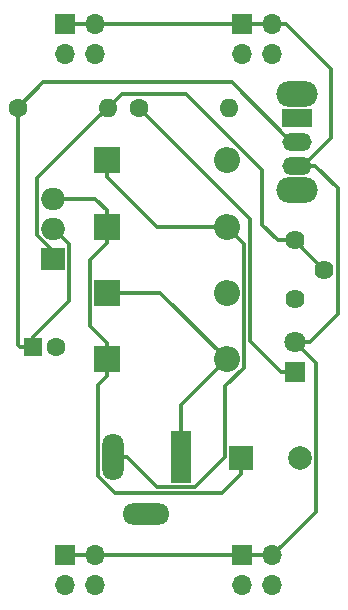
<source format=gtl>
G04 #@! TF.GenerationSoftware,KiCad,Pcbnew,(5.1.4)-1*
G04 #@! TF.CreationDate,2021-12-08T13:33:42-07:00*
G04 #@! TF.ProjectId,BreadBoard PS Variable,42726561-6442-46f6-9172-642050532056,2*
G04 #@! TF.SameCoordinates,Original*
G04 #@! TF.FileFunction,Copper,L1,Top*
G04 #@! TF.FilePolarity,Positive*
%FSLAX46Y46*%
G04 Gerber Fmt 4.6, Leading zero omitted, Abs format (unit mm)*
G04 Created by KiCad (PCBNEW (5.1.4)-1) date 2021-12-08 13:33:42*
%MOMM*%
%LPD*%
G04 APERTURE LIST*
%ADD10C,1.600000*%
%ADD11R,1.600000X1.600000*%
%ADD12O,2.000000X1.905000*%
%ADD13R,2.000000X1.905000*%
%ADD14O,3.500000X2.200000*%
%ADD15O,2.500000X1.500000*%
%ADD16R,2.500000X1.500000*%
%ADD17C,1.620000*%
%ADD18O,1.600000X1.600000*%
%ADD19R,2.000000X2.000000*%
%ADD20C,2.000000*%
%ADD21R,2.200000X2.200000*%
%ADD22O,2.200000X2.200000*%
%ADD23R,1.800000X1.800000*%
%ADD24C,1.800000*%
%ADD25O,4.000000X1.800000*%
%ADD26O,1.800000X4.000000*%
%ADD27R,1.800000X4.400000*%
%ADD28R,1.700000X1.700000*%
%ADD29O,1.700000X1.700000*%
%ADD30C,0.300000*%
G04 APERTURE END LIST*
D10*
X146627600Y-101612700D03*
D11*
X144627600Y-101612700D03*
D12*
X146367500Y-89077800D03*
X146367500Y-91617800D03*
D13*
X146367500Y-94157800D03*
D14*
X167017700Y-88383300D03*
X167017700Y-80183300D03*
D15*
X167017700Y-86283300D03*
X167017700Y-84283300D03*
D16*
X167017700Y-82283300D03*
D17*
X166814500Y-92608400D03*
X169314500Y-95108400D03*
X166814500Y-97608400D03*
D18*
X150990300Y-81368900D03*
D10*
X143370300Y-81368900D03*
D19*
X162293300Y-111061500D03*
D20*
X167293300Y-111061500D03*
D21*
X150911000Y-102692200D03*
D22*
X161071000Y-102692200D03*
X161071000Y-97069675D03*
D21*
X150911000Y-97069675D03*
X150911000Y-91447150D03*
D22*
X161071000Y-91447150D03*
X161071000Y-85824625D03*
D21*
X150911000Y-85824625D03*
D23*
X166827200Y-103759000D03*
D24*
X166827200Y-101219000D03*
D25*
X154213300Y-115759900D03*
D26*
X151413300Y-110959900D03*
D27*
X157213300Y-110959900D03*
D28*
X147387500Y-119291100D03*
D29*
X149927500Y-119291100D03*
X147387500Y-121831100D03*
X149927500Y-121831100D03*
X164875400Y-76847700D03*
X162335400Y-76847700D03*
X164875400Y-74307700D03*
D28*
X162335400Y-74307700D03*
D29*
X149927500Y-76847700D03*
X147387500Y-76847700D03*
X149927500Y-74307700D03*
D28*
X147387500Y-74307700D03*
X162398900Y-119291100D03*
D29*
X164938900Y-119291100D03*
X162398900Y-121831100D03*
X164938900Y-121831100D03*
D10*
X153619200Y-81368900D03*
D18*
X161239200Y-81368900D03*
D30*
X150911000Y-92847150D02*
X150911000Y-91447150D01*
X149460999Y-94297151D02*
X150911000Y-92847150D01*
X149460999Y-99842199D02*
X149460999Y-94297151D01*
X150911000Y-101292200D02*
X149460999Y-99842199D01*
X150911000Y-102692200D02*
X150911000Y-101292200D01*
X147667500Y-89077800D02*
X146367500Y-89077800D01*
X149941650Y-89077800D02*
X147667500Y-89077800D01*
X150911000Y-90047150D02*
X149941650Y-89077800D01*
X150911000Y-91447150D02*
X150911000Y-90047150D01*
X150911000Y-104092200D02*
X150911000Y-102692200D01*
X150163290Y-104839910D02*
X150911000Y-104092200D01*
X150163290Y-112577671D02*
X150163290Y-104839910D01*
X151595530Y-114009911D02*
X150163290Y-112577671D01*
X160644889Y-114009911D02*
X151595530Y-114009911D01*
X162293300Y-112361500D02*
X160644889Y-114009911D01*
X162293300Y-111061500D02*
X162293300Y-112361500D01*
X157213300Y-106549900D02*
X161071000Y-102692200D01*
X157213300Y-110959900D02*
X157213300Y-106549900D01*
X155448475Y-97069675D02*
X161071000Y-102692200D01*
X150911000Y-97069675D02*
X155448475Y-97069675D01*
X151413300Y-110959900D02*
X151413300Y-109859900D01*
X162170999Y-92547149D02*
X161071000Y-91447150D01*
X162521001Y-92897151D02*
X162170999Y-92547149D01*
X160943299Y-104965903D02*
X162521001Y-103388201D01*
X160943299Y-110959903D02*
X160943299Y-104965903D01*
X162521001Y-103388201D02*
X162521001Y-92897151D01*
X158393301Y-113509901D02*
X160943299Y-110959903D01*
X155163301Y-113509901D02*
X158393301Y-113509901D01*
X152613300Y-110959900D02*
X155163301Y-113509901D01*
X151413300Y-110959900D02*
X152613300Y-110959900D01*
X150911000Y-87224625D02*
X150911000Y-85824625D01*
X155133525Y-91447150D02*
X150911000Y-87224625D01*
X161071000Y-91447150D02*
X155133525Y-91447150D01*
X154419199Y-82168899D02*
X153619200Y-81368900D01*
X163021011Y-90770711D02*
X154419199Y-82168899D01*
X163021011Y-101152811D02*
X163021011Y-90770711D01*
X165627200Y-103759000D02*
X163021011Y-101152811D01*
X166827200Y-103759000D02*
X165627200Y-103759000D01*
X167742200Y-82690200D02*
X166192200Y-82690200D01*
X166692200Y-82690200D02*
X166192200Y-82690200D01*
X143370300Y-82500270D02*
X143370300Y-81368900D01*
X145503900Y-79235300D02*
X143370300Y-81368900D01*
X161469700Y-79235300D02*
X145503900Y-79235300D01*
X167017700Y-84283300D02*
X166517700Y-84283300D01*
X166517700Y-84283300D02*
X161469700Y-79235300D01*
X147717501Y-97709999D02*
X144627600Y-100799900D01*
X147717501Y-92920301D02*
X147717501Y-97709999D01*
X146415000Y-91617800D02*
X147717501Y-92920301D01*
X146367500Y-91617800D02*
X146415000Y-91617800D01*
X144627600Y-100799900D02*
X144627600Y-101612700D01*
X143527600Y-101612700D02*
X144627600Y-101612700D01*
X143370300Y-101455400D02*
X143527600Y-101612700D01*
X143370300Y-81368900D02*
X143370300Y-101455400D01*
X149927500Y-74307700D02*
X162335400Y-74307700D01*
X149927500Y-74307700D02*
X147387500Y-74307700D01*
X149927500Y-119291100D02*
X162398900Y-119291100D01*
X162398900Y-119291100D02*
X164938900Y-119291100D01*
X149927500Y-119291100D02*
X147387500Y-119291100D01*
X162335400Y-74307700D02*
X164875400Y-74307700D01*
X165788899Y-118441101D02*
X164938900Y-119291100D01*
X168643301Y-115586699D02*
X165788899Y-118441101D01*
X168643301Y-103035101D02*
X168643301Y-115586699D01*
X166827200Y-101219000D02*
X168643301Y-103035101D01*
X168099992Y-101219000D02*
X170474501Y-98844491D01*
X166827200Y-101219000D02*
X168099992Y-101219000D01*
X168567700Y-86283300D02*
X167017700Y-86283300D01*
X170474501Y-88190101D02*
X168567700Y-86283300D01*
X170474501Y-98844491D02*
X170474501Y-88190101D01*
X167517700Y-86283300D02*
X167017700Y-86283300D01*
X169887900Y-83913100D02*
X167517700Y-86283300D01*
X169887900Y-78118119D02*
X169887900Y-83913100D01*
X164875400Y-74307700D02*
X166077481Y-74307700D01*
X166077481Y-74307700D02*
X169887900Y-78118119D01*
X150190301Y-82168899D02*
X150990300Y-81368900D01*
X145017490Y-87341710D02*
X150190301Y-82168899D01*
X145017490Y-92157317D02*
X145017490Y-87341710D01*
X146367500Y-93507327D02*
X145017490Y-92157317D01*
X146367500Y-94157800D02*
X146367500Y-93507327D01*
X165366700Y-92608400D02*
X166814500Y-92608400D01*
X164092190Y-91333890D02*
X165366700Y-92608400D01*
X164092190Y-86699813D02*
X164092190Y-91333890D01*
X157592877Y-80200500D02*
X164092190Y-86699813D01*
X150990300Y-81368900D02*
X152158700Y-80200500D01*
X152158700Y-80200500D02*
X157592877Y-80200500D01*
X167624499Y-93418399D02*
X169314500Y-95108400D01*
X166814500Y-92608400D02*
X167624499Y-93418399D01*
M02*

</source>
